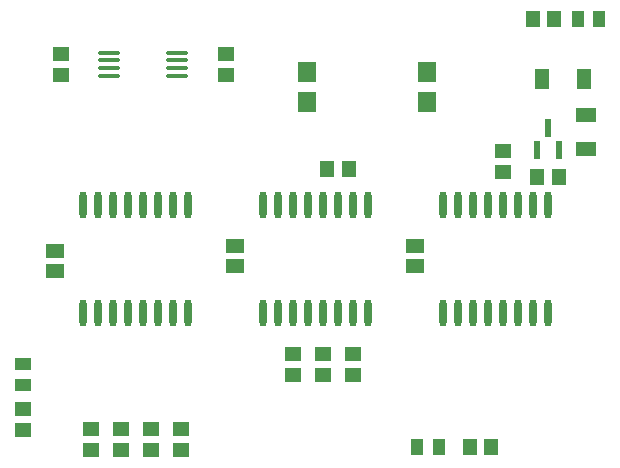
<source format=gtp>
%FSLAX24Y24*%
%MOIN*%
G70*
G01*
G75*
G04 Layer_Color=8421504*
%ADD10R,0.0492X0.0669*%
%ADD11O,0.0787X0.0138*%
%ADD12R,0.0551X0.0472*%
%ADD13R,0.0591X0.0512*%
%ADD14O,0.0236X0.0906*%
%ADD15R,0.0394X0.0551*%
%ADD16R,0.0472X0.0551*%
%ADD17R,0.0551X0.0394*%
%ADD18R,0.0236X0.0591*%
%ADD19R,0.0709X0.0512*%
%ADD20R,0.0598X0.0701*%
%ADD21C,0.0100*%
%ADD22C,0.0120*%
%ADD23C,0.0080*%
%ADD24C,0.1000*%
%ADD25C,0.0500*%
%ADD26C,0.2500*%
%ADD27C,0.0866*%
%ADD28C,0.0591*%
%ADD29R,0.0591X0.0591*%
%ADD30C,0.1270*%
%ADD31C,0.0500*%
%ADD32C,0.0250*%
%ADD33C,0.0098*%
%ADD34C,0.0236*%
%ADD35C,0.0200*%
%ADD36C,0.0079*%
%ADD37C,0.0197*%
%ADD38C,0.0150*%
%ADD39R,0.0750X0.0750*%
D10*
X24232Y18000D02*
D03*
X25630D02*
D03*
D11*
X9789Y18116D02*
D03*
Y18628D02*
D03*
Y18372D02*
D03*
Y18884D02*
D03*
X12073Y18116D02*
D03*
Y18628D02*
D03*
Y18372D02*
D03*
Y18884D02*
D03*
D12*
X13681Y18146D02*
D03*
Y18854D02*
D03*
X8181Y18146D02*
D03*
Y18854D02*
D03*
X12181Y5646D02*
D03*
Y6354D02*
D03*
X11181Y5646D02*
D03*
Y6354D02*
D03*
X10181Y5646D02*
D03*
Y6354D02*
D03*
X9181Y5646D02*
D03*
Y6354D02*
D03*
X15931Y8146D02*
D03*
Y8854D02*
D03*
X16931Y8146D02*
D03*
Y8854D02*
D03*
X17931Y8146D02*
D03*
Y8854D02*
D03*
X6931Y6291D02*
D03*
Y7000D02*
D03*
X22931Y14896D02*
D03*
Y15604D02*
D03*
D13*
X7981Y11615D02*
D03*
Y12285D02*
D03*
X13981Y11765D02*
D03*
Y12435D02*
D03*
X19981Y11765D02*
D03*
Y12435D02*
D03*
D14*
X20931Y10209D02*
D03*
X21431D02*
D03*
X20931Y13791D02*
D03*
X21431D02*
D03*
X22931Y10209D02*
D03*
X23431D02*
D03*
X21931D02*
D03*
X22431D02*
D03*
X23931D02*
D03*
X24431D02*
D03*
X21931Y13791D02*
D03*
X22431D02*
D03*
X24431D02*
D03*
X22931D02*
D03*
X23931D02*
D03*
X23431D02*
D03*
X14931Y10209D02*
D03*
X15431D02*
D03*
X14931Y13791D02*
D03*
X15431D02*
D03*
X16931Y10209D02*
D03*
X17431D02*
D03*
X15931D02*
D03*
X16431D02*
D03*
X17931D02*
D03*
X18431D02*
D03*
X15931Y13791D02*
D03*
X16431D02*
D03*
X18431D02*
D03*
X16931D02*
D03*
X17931D02*
D03*
X17431D02*
D03*
X8931Y10209D02*
D03*
X9431D02*
D03*
X8931Y13791D02*
D03*
X9431D02*
D03*
X10931Y10209D02*
D03*
X11431D02*
D03*
X9931D02*
D03*
X10431D02*
D03*
X11931D02*
D03*
X12431D02*
D03*
X9931Y13791D02*
D03*
X10431D02*
D03*
X12431D02*
D03*
X10931D02*
D03*
X11931D02*
D03*
X11431D02*
D03*
D15*
X20077Y5750D02*
D03*
X20785D02*
D03*
X25431Y20000D02*
D03*
X26140D02*
D03*
D16*
X23931Y20000D02*
D03*
X24640D02*
D03*
X24077Y14750D02*
D03*
X24785D02*
D03*
X17077Y15000D02*
D03*
X17785D02*
D03*
X21827Y5750D02*
D03*
X22535D02*
D03*
D17*
X6931Y7791D02*
D03*
Y8500D02*
D03*
D18*
X24805Y15626D02*
D03*
X24057D02*
D03*
X24431Y16374D02*
D03*
D19*
X25681Y15679D02*
D03*
Y16821D02*
D03*
D20*
X16400Y17250D02*
D03*
Y18250D02*
D03*
X20400D02*
D03*
Y17250D02*
D03*
M02*

</source>
